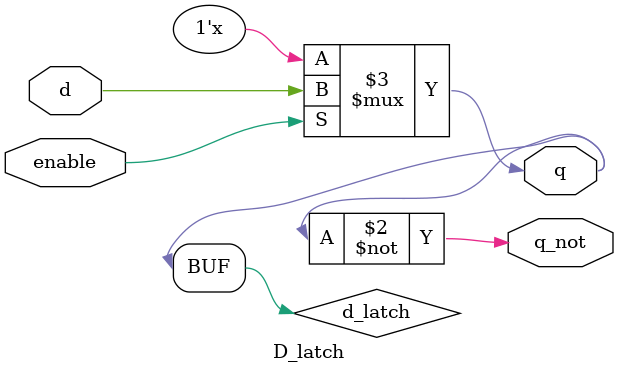
<source format=v>
module D_latch (
        input d,
		input enable,
		output q,
		output q_not
		);
		
		reg d_latch;
		
		always@ (enable or d) begin
		   if (enable)
		     d_latch <= d;
		end
		
		assign q = d_latch;
		assign q_not = ~q;
		
endmodule
</source>
